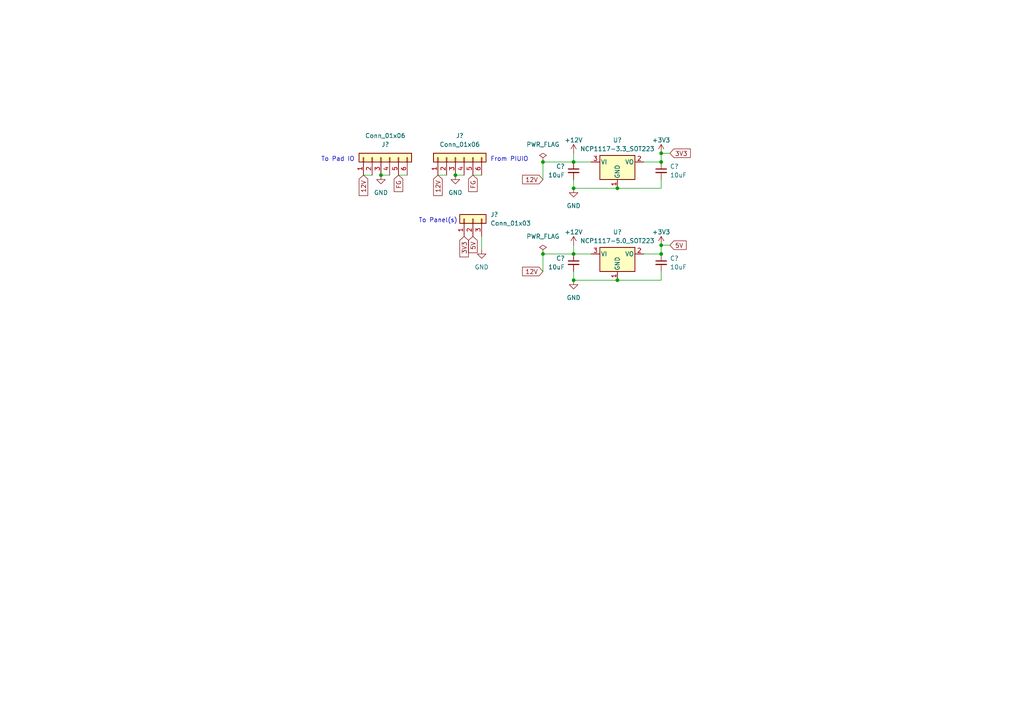
<source format=kicad_sch>
(kicad_sch (version 20211123) (generator eeschema)
  (paper "A4")
  (lib_symbols
    (symbol "Connector_Generic:Conn_01x03" (pin_names (offset 1.016) hide)
      (property "Reference" "J" (at 0 5.08 0))
      (property "Value" "Conn_01x03" (at 0 -5.08 0))
      (symbol "Conn_01x03_1_1"
        (rectangle (start -1.27 -2.413) (end 0 -2.667) (stroke (width 0.1524)))
        (rectangle (start -1.27 0.127) (end 0 -0.127) (stroke (width 0.1524)))
        (rectangle (start -1.27 2.667) (end 0 2.413) (stroke (width 0.1524)))
        (rectangle (start -1.27 3.81) (end 1.27 -3.81) (stroke (width 0.254)) (fill (type background)))
        (pin passive line (at -5.08 2.54 0) (length 3.81) (name "Pin_1") (number "1"))
        (pin passive line (at -5.08 0 0) (length 3.81) (name "Pin_2") (number "2"))
        (pin passive line (at -5.08 -2.54 0) (length 3.81) (name "Pin_3") (number "3"))
      )
    )
    (symbol "Connector_Generic:Conn_01x06" (pin_names (offset 1.016) hide)
      (property "Reference" "J" (at 0 7.62 0))
      (property "Value" "Conn_01x06" (at 0 -10.16 0))
      (symbol "Conn_01x06_1_1"
        (rectangle (start -1.27 -7.493) (end 0 -7.747) (stroke (width 0.1524)))
        (rectangle (start -1.27 -4.953) (end 0 -5.207) (stroke (width 0.1524)))
        (rectangle (start -1.27 -2.413) (end 0 -2.667) (stroke (width 0.1524)))
        (rectangle (start -1.27 0.127) (end 0 -0.127) (stroke (width 0.1524)))
        (rectangle (start -1.27 2.667) (end 0 2.413) (stroke (width 0.1524)))
        (rectangle (start -1.27 5.207) (end 0 4.953) (stroke (width 0.1524)))
        (rectangle (start -1.27 6.35) (end 1.27 -8.89) (stroke (width 0.254)) (fill (type background)))
        (pin passive line (at -5.08 5.08 0) (length 3.81) (name "Pin_1") (number "1"))
        (pin passive line (at -5.08 2.54 0) (length 3.81) (name "Pin_2") (number "2"))
        (pin passive line (at -5.08 0 0) (length 3.81) (name "Pin_3") (number "3"))
        (pin passive line (at -5.08 -2.54 0) (length 3.81) (name "Pin_4") (number "4"))
        (pin passive line (at -5.08 -5.08 0) (length 3.81) (name "Pin_5") (number "5"))
        (pin passive line (at -5.08 -7.62 0) (length 3.81) (name "Pin_6") (number "6"))
      )
    )
    (symbol "Device:C_Small" (pin_numbers hide) (pin_names (offset 0.254) hide)
      (property "Reference" "C" (at 0.254 1.778 0))
      (property "Value" "C_Small" (at 0.254 -2.032 0))
      (symbol "C_Small_0_1"
        (polyline (pts (xy -1.524 -0.508) (xy 1.524 -0.508)) (stroke (width 0.3302)))
        (polyline (pts (xy -1.524 0.508) (xy 1.524 0.508)) (stroke (width 0.3048)))
      )
      (symbol "C_Small_1_1"
        (pin passive line (at 0 2.54 270) (length 2.032) (name "~") (number "1"))
        (pin passive line (at 0 -2.54 90) (length 2.032) (name "~") (number "2"))
      )
    )
    (symbol "Regulator_Linear:NCP1117-3.3_SOT223" (pin_names (offset 0.254))
      (property "Reference" "U" (at -3.81 3.175 0))
      (property "Value" "NCP1117-3.3_SOT223" (at 0 3.175 0))
      (symbol "NCP1117-3.3_SOT223_0_1"
        (rectangle (start -5.08 -5.08) (end 5.08 1.905) (stroke (width 0.254)) (fill (type background)))
      )
      (symbol "NCP1117-3.3_SOT223_1_1"
        (pin power_in line (at 0 -7.62 90) (length 2.54) (name "GND") (number "1"))
        (pin power_out line (at 7.62 0 180) (length 2.54) (name "VO") (number "2"))
        (pin power_in line (at -7.62 0 0) (length 2.54) (name "VI") (number "3"))
      )
    )
    (symbol "Regulator_Linear:NCP1117-5.0_SOT223" (pin_names (offset 0.254))
      (property "Reference" "U" (at -3.81 3.175 0))
      (property "Value" "NCP1117-5.0_SOT223" (at 0 3.175 0))
      (symbol "NCP1117-5.0_SOT223_0_1"
        (rectangle (start -5.08 -5.08) (end 5.08 1.905) (stroke (width 0.254)) (fill (type background)))
      )
      (symbol "NCP1117-5.0_SOT223_1_1"
        (pin power_in line (at 0 -7.62 90) (length 2.54) (name "GND") (number "1"))
        (pin power_out line (at 7.62 0 180) (length 2.54) (name "VO") (number "2"))
        (pin power_in line (at -7.62 0 0) (length 2.54) (name "VI") (number "3"))
      )
    )
    (symbol "power:+12V" (power) (pin_names (offset 0))
      (property "Value" "+12V" (at 0 3.556 0))
      (symbol "+12V_0_1"
        (polyline (pts (xy -0.762 1.27) (xy 0 2.54)))
        (polyline (pts (xy 0 0) (xy 0 2.54)))
        (polyline (pts (xy 0 2.54) (xy 0.762 1.27)))
      )
      (symbol "+12V_1_1"
        (pin power_in line (at 0 0 90) (length 0) hide (name "+12V") (number "1"))
      )
    )
    (symbol "power:+3V3" (power) (pin_names (offset 0))
      (property "Value" "+3V3" (at 0 3.556 0))
      (symbol "+3V3_0_1"
        (polyline (pts (xy -0.762 1.27) (xy 0 2.54)))
        (polyline (pts (xy 0 0) (xy 0 2.54)))
        (polyline (pts (xy 0 2.54) (xy 0.762 1.27)))
      )
      (symbol "+3V3_1_1"
        (pin power_in line (at 0 0 90) (length 0) hide (name "+3V3") (number "1"))
      )
    )
    (symbol "power:GND" (power) (pin_names (offset 0))
      (property "Value" "GND" (at 0 -3.81 0))
      (symbol "GND_0_1"
        (polyline (pts (xy 0 0) (xy 0 -1.27) (xy 1.27 -1.27) (xy 0 -2.54) (xy -1.27 -1.27) (xy 0 -1.27)))
      )
      (symbol "GND_1_1"
        (pin power_in line (at 0 0 270) (length 0) hide (name "GND") (number "1"))
      )
    )
    (symbol "power:PWR_FLAG" (power) (pin_numbers hide) (pin_names (offset 0) hide)
      (property "Value" "PWR_FLAG" (at 0 3.81 0))
      (symbol "PWR_FLAG_0_0"
        (pin power_out line (at 0 0 90) (length 0) (name "pwr") (number "1"))
      )
      (symbol "PWR_FLAG_0_1"
        (polyline (pts (xy 0 0) (xy 0 1.27) (xy -1.016 1.905) (xy 0 2.54) (xy 1.016 1.905) (xy 0 1.27)))
      )
    )
  )
  (junction (at 179.07 54.61))
  (junction (at 191.77 71.12))
  (junction (at 191.77 44.45))
  (junction (at 179.07 81.28))
  (junction (at 166.37 46.99))
  (junction (at 166.37 54.61))
  (junction (at 132.08 50.8))
  (junction (at 157.48 73.66))
  (junction (at 166.37 81.28))
  (junction (at 110.49 50.8))
  (junction (at 191.77 73.66))
  (junction (at 157.48 46.99))
  (junction (at 191.77 46.99))
  (junction (at 166.37 73.66))
  (wire (pts (xy 191.77 71.12) (xy 194.31 71.12)))
  (wire (pts (xy 166.37 52.07) (xy 166.37 54.61)))
  (wire (pts (xy 157.48 73.66) (xy 166.37 73.66)))
  (wire (pts (xy 166.37 71.12) (xy 166.37 73.66)))
  (wire (pts (xy 191.77 44.45) (xy 194.31 44.45)))
  (wire (pts (xy 179.07 54.61) (xy 191.77 54.61)))
  (wire (pts (xy 191.77 81.28) (xy 191.77 78.74)))
  (wire (pts (xy 166.37 44.45) (xy 166.37 46.99)))
  (wire (pts (xy 139.7 68.58) (xy 139.7 72.39)))
  (wire (pts (xy 166.37 73.66) (xy 171.45 73.66)))
  (wire (pts (xy 166.37 54.61) (xy 179.07 54.61)))
  (wire (pts (xy 115.57 50.8) (xy 118.11 50.8)))
  (wire (pts (xy 191.77 54.61) (xy 191.77 52.07)))
  (wire (pts (xy 186.69 46.99) (xy 191.77 46.99)))
  (wire (pts (xy 157.48 46.99) (xy 157.48 52.07)))
  (wire (pts (xy 166.37 46.99) (xy 171.45 46.99)))
  (wire (pts (xy 157.48 73.66) (xy 157.48 78.74)))
  (wire (pts (xy 166.37 78.74) (xy 166.37 81.28)))
  (wire (pts (xy 186.69 73.66) (xy 191.77 73.66)))
  (wire (pts (xy 132.08 50.8) (xy 134.62 50.8)))
  (wire (pts (xy 110.49 50.8) (xy 113.03 50.8)))
  (wire (pts (xy 179.07 81.28) (xy 191.77 81.28)))
  (wire (pts (xy 127 50.8) (xy 129.54 50.8)))
  (wire (pts (xy 105.41 50.8) (xy 107.95 50.8)))
  (wire (pts (xy 157.48 46.99) (xy 166.37 46.99)))
  (wire (pts (xy 166.37 81.28) (xy 179.07 81.28)))
  (wire (pts (xy 137.16 50.8) (xy 139.7 50.8)))
  (wire (pts (xy 191.77 71.12) (xy 191.77 73.66)))
  (wire (pts (xy 191.77 44.45) (xy 191.77 46.99)))
  (text "To Panel(s)" (at 132.715 64.77 180) (effects (font (size 1.27 1.27)) (justify right bottom)))
  (text "From PIUIO" (at 142.24 46.99 0) (effects (font (size 1.27 1.27)) (justify left bottom)))
  (text "To Pad IO" (at 102.87 46.99 180) (effects (font (size 1.27 1.27)) (justify right bottom)))
  (global_label "3V3" (shape input) (at 194.31 44.45 0) (property "Intersheet References" "${INTERSHEET_REFS}" (effects hide)))
  (global_label "FG" (shape input) (at 115.57 50.8 270) (property "Intersheet References" "${INTERSHEET_REFS}" (effects hide)))
  (global_label "3V3" (shape input) (at 134.62 68.58 270) (property "Intersheet References" "${INTERSHEET_REFS}" (effects hide)))
  (global_label "5V" (shape input) (at 137.16 68.58 270) (property "Intersheet References" "${INTERSHEET_REFS}" (effects hide)))
  (global_label "FG" (shape input) (at 137.16 50.8 270) (property "Intersheet References" "${INTERSHEET_REFS}" (effects hide)))
  (global_label "12V" (shape input) (at 157.48 78.74 180) (property "Intersheet References" "${INTERSHEET_REFS}" (effects hide)))
  (global_label "12V" (shape input) (at 127 50.8 270) (property "Intersheet References" "${INTERSHEET_REFS}" (effects hide)))
  (global_label "12V" (shape input) (at 105.41 50.8 270) (property "Intersheet References" "${INTERSHEET_REFS}" (effects hide)))
  (global_label "12V" (shape input) (at 157.48 52.07 180) (property "Intersheet References" "${INTERSHEET_REFS}" (effects hide)))
  (global_label "5V" (shape input) (at 194.31 71.12 0) (property "Intersheet References" "${INTERSHEET_REFS}" (effects hide)))
  (symbol (lib_id "Connector_Generic:Conn_01x06") (at 132.08 45.72 90) (unit 1)
    (property "Reference" "J?" (at 133.35 39.37 90))
    (property "Value" "Conn_01x06" (at 133.35 41.91 90))
  )
  (symbol (lib_id "power:+3V3") (at 191.77 71.12 0) (unit 1)
    (property "Reference" "#PWR?" (effects hide))
    (property "Value" "+3V3" (at 191.77 67.31 0))
  )
  (symbol (lib_id "Connector_Generic:Conn_01x03") (at 137.16 63.5 90) (unit 1)
    (property "Reference" "J?" (at 142.24 62.2299 90) (effects (justify right)))
    (property "Value" "Conn_01x03" (at 142.24 64.7699 90) (effects (justify right)))
  )
  (symbol (lib_id "Regulator_Linear:NCP1117-5.0_SOT223") (at 179.07 73.66 0) (unit 1)
    (property "Reference" "U?" (at 179.07 67.31 0))
    (property "Value" "NCP1117-5.0_SOT223" (at 179.07 69.85 0))
    (property "Footprint" "Package_TO_SOT_SMD:SOT-223-3_TabPin2" (effects hide))
    (property "Datasheet" "http://www.onsemi.com/pub_link/Collateral/NCP1117-D.PDF" (effects hide))
  )
  (symbol (lib_id "power:GND") (at 166.37 54.61 0) (unit 1)
    (property "Reference" "#PWR?" (effects hide))
    (property "Value" "GND" (at 166.37 59.69 0))
  )
  (symbol (lib_id "power:GND") (at 110.49 50.8 0) (unit 1)
    (property "Reference" "#PWR?" (effects hide))
    (property "Value" "GND" (at 110.49 55.88 0))
  )
  (symbol (lib_id "power:GND") (at 166.37 81.28 0) (unit 1)
    (property "Reference" "#PWR?" (effects hide))
    (property "Value" "GND" (at 166.37 86.36 0))
  )
  (symbol (lib_id "Device:C_Small") (at 166.37 49.53 0) (unit 1)
    (property "Reference" "C?" (at 161.29 48.26 0) (effects (justify left)))
    (property "Value" "10uF" (at 163.83 50.8 0) (effects (justify right)))
  )
  (symbol (lib_id "power:PWR_FLAG") (at 157.48 73.66 0) (unit 1)
    (property "Reference" "#FLG?" (effects hide))
    (property "Value" "PWR_FLAG" (at 157.48 68.58 0))
  )
  (symbol (lib_id "Regulator_Linear:NCP1117-3.3_SOT223") (at 179.07 46.99 0) (unit 1)
    (property "Reference" "U?" (at 179.07 40.64 0))
    (property "Value" "NCP1117-3.3_SOT223" (at 179.07 43.18 0))
    (property "Footprint" "Package_TO_SOT_SMD:SOT-223-3_TabPin2" (effects hide))
    (property "Datasheet" "http://www.onsemi.com/pub_link/Collateral/NCP1117-D.PDF" (effects hide))
  )
  (symbol (lib_id "power:GND") (at 139.7 72.39 0) (unit 1)
    (property "Reference" "#PWR?" (effects hide))
    (property "Value" "GND" (at 139.7 77.47 0))
  )
  (symbol (lib_id "Connector_Generic:Conn_01x06") (at 110.49 45.72 90) (unit 1)
    (property "Reference" "J?" (at 111.76 41.91 90))
    (property "Value" "Conn_01x06" (at 111.76 39.37 90))
  )
  (symbol (lib_id "power:+12V") (at 166.37 44.45 0) (unit 1)
    (property "Reference" "#PWR?" (effects hide))
    (property "Value" "+12V" (at 166.37 40.64 0))
  )
  (symbol (lib_id "power:+12V") (at 166.37 71.12 0) (unit 1)
    (property "Reference" "#PWR?" (effects hide))
    (property "Value" "+12V" (at 166.37 67.31 0))
  )
  (symbol (lib_id "Device:C_Small") (at 191.77 76.2 0) (unit 1)
    (property "Reference" "C?" (at 194.31 74.9362 0) (effects (justify left)))
    (property "Value" "10uF" (at 194.31 77.4762 0) (effects (justify left)))
  )
  (symbol (lib_id "Device:C_Small") (at 191.77 49.53 0) (unit 1)
    (property "Reference" "C?" (at 194.31 48.2662 0) (effects (justify left)))
    (property "Value" "10uF" (at 194.31 50.8062 0) (effects (justify left)))
  )
  (symbol (lib_id "power:PWR_FLAG") (at 157.48 46.99 0) (unit 1)
    (property "Reference" "#FLG?" (effects hide))
    (property "Value" "PWR_FLAG" (at 157.48 41.91 0))
  )
  (symbol (lib_id "power:GND") (at 132.08 50.8 0) (unit 1)
    (property "Reference" "#PWR?" (effects hide))
    (property "Value" "GND" (at 132.08 55.88 0))
  )
  (symbol (lib_id "power:+3V3") (at 191.77 44.45 0) (unit 1)
    (property "Reference" "#PWR?" (effects hide))
    (property "Value" "+3V3" (at 191.77 40.64 0))
  )
  (symbol (lib_id "Device:C_Small") (at 166.37 76.2 0) (unit 1)
    (property "Reference" "C?" (at 161.29 74.93 0) (effects (justify left)))
    (property "Value" "10uF" (at 163.83 77.47 0) (effects (justify right)))
  )
)
</source>
